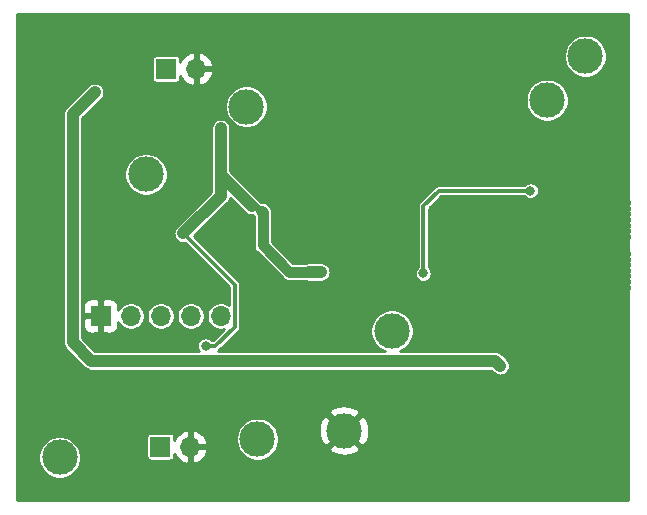
<source format=gbr>
%TF.GenerationSoftware,KiCad,Pcbnew,(5.1.8)-1*%
%TF.CreationDate,2021-01-15T16:44:09+01:00*%
%TF.ProjectId,Microwave_LO_Generator,4d696372-6f77-4617-9665-5f4c4f5f4765,rev?*%
%TF.SameCoordinates,Original*%
%TF.FileFunction,Copper,L3,Inr*%
%TF.FilePolarity,Positive*%
%FSLAX46Y46*%
G04 Gerber Fmt 4.6, Leading zero omitted, Abs format (unit mm)*
G04 Created by KiCad (PCBNEW (5.1.8)-1) date 2021-01-15 16:44:09*
%MOMM*%
%LPD*%
G01*
G04 APERTURE LIST*
%TA.AperFunction,ComponentPad*%
%ADD10C,0.600000*%
%TD*%
%TA.AperFunction,ComponentPad*%
%ADD11C,2.200000*%
%TD*%
%TA.AperFunction,ComponentPad*%
%ADD12O,1.700000X1.700000*%
%TD*%
%TA.AperFunction,ComponentPad*%
%ADD13R,1.700000X1.700000*%
%TD*%
%TA.AperFunction,ComponentPad*%
%ADD14C,3.000000*%
%TD*%
%TA.AperFunction,ComponentPad*%
%ADD15C,0.800000*%
%TD*%
%TA.AperFunction,ComponentPad*%
%ADD16C,0.500000*%
%TD*%
%TA.AperFunction,ViaPad*%
%ADD17C,3.000000*%
%TD*%
%TA.AperFunction,ViaPad*%
%ADD18C,0.800000*%
%TD*%
%TA.AperFunction,ViaPad*%
%ADD19C,0.500000*%
%TD*%
%TA.AperFunction,ViaPad*%
%ADD20C,0.600000*%
%TD*%
%TA.AperFunction,Conductor*%
%ADD21C,1.000000*%
%TD*%
%TA.AperFunction,Conductor*%
%ADD22C,0.300000*%
%TD*%
%TA.AperFunction,Conductor*%
%ADD23C,0.900000*%
%TD*%
%TA.AperFunction,Conductor*%
%ADD24C,0.440000*%
%TD*%
%TA.AperFunction,Conductor*%
%ADD25C,0.254000*%
%TD*%
%TA.AperFunction,Conductor*%
%ADD26C,0.100000*%
%TD*%
G04 APERTURE END LIST*
D10*
%TO.N,0*%
%TO.C,J5*%
X136840000Y-98745002D03*
X136840000Y-99215002D03*
X137310000Y-98745002D03*
X137310000Y-99215002D03*
X137780000Y-98745002D03*
X137780000Y-99215002D03*
X138250000Y-98745002D03*
X138250000Y-99215002D03*
X138720000Y-98745002D03*
X138720000Y-99215002D03*
X139190000Y-98745002D03*
X139190000Y-99215002D03*
X139660000Y-98275002D03*
X139660000Y-98745002D03*
X139660000Y-99215002D03*
X140130000Y-97805002D03*
X140130000Y-98275002D03*
X140130000Y-98745002D03*
X140130000Y-99215002D03*
X140600000Y-97335002D03*
X140600000Y-97805002D03*
X140600000Y-98275002D03*
X140600000Y-98745002D03*
X140600000Y-99215002D03*
X141070000Y-96865002D03*
X141070000Y-97335002D03*
X141070000Y-97805002D03*
X141070000Y-98275002D03*
X141070000Y-98745002D03*
X141070000Y-99215002D03*
X141540000Y-99215002D03*
X141540000Y-98745002D03*
X141540000Y-98275002D03*
X141540000Y-97805002D03*
X141540000Y-97335002D03*
X141540000Y-96865002D03*
X136840000Y-100710002D03*
X136840000Y-101180002D03*
X137310000Y-100710002D03*
X137310000Y-101180002D03*
X137780000Y-100710002D03*
X137780000Y-101180002D03*
X138250000Y-100710002D03*
X138250000Y-101180002D03*
X138720000Y-100710002D03*
X138720000Y-101180002D03*
X139190000Y-100710002D03*
X139190000Y-101180002D03*
X139660000Y-100710002D03*
X139660000Y-101180002D03*
X139660000Y-101650002D03*
X140130000Y-100710002D03*
X140130000Y-101180002D03*
X140130000Y-101650002D03*
X140130000Y-102120002D03*
X140600000Y-100710002D03*
X140600000Y-101180002D03*
X140600000Y-101650002D03*
X140600000Y-102120002D03*
X140600000Y-102590002D03*
X141070000Y-100710002D03*
X141070000Y-101180002D03*
X141070000Y-101650002D03*
X141070000Y-102120002D03*
X141070000Y-102590002D03*
X141070000Y-103060002D03*
X141540000Y-100710002D03*
X141540000Y-101180002D03*
X141540000Y-101650002D03*
X141540000Y-102120002D03*
X141540000Y-102590002D03*
X141540000Y-103060002D03*
X141540000Y-103530002D03*
X141540000Y-96395002D03*
D11*
X139360000Y-95205002D03*
X139360000Y-104720002D03*
%TD*%
D10*
%TO.N,0*%
%TO.C,J4*%
X135199999Y-116745001D03*
X134729999Y-116745001D03*
X135199999Y-117215001D03*
X134729999Y-117215001D03*
X135199999Y-117685001D03*
X134729999Y-117685001D03*
X135199999Y-118155001D03*
X134729999Y-118155001D03*
X135199999Y-118625001D03*
X134729999Y-118625001D03*
X135199999Y-119095001D03*
X134729999Y-119095001D03*
X135669999Y-119565001D03*
X135199999Y-119565001D03*
X134729999Y-119565001D03*
X136139999Y-120035001D03*
X135669999Y-120035001D03*
X135199999Y-120035001D03*
X134729999Y-120035001D03*
X136609999Y-120505001D03*
X136139999Y-120505001D03*
X135669999Y-120505001D03*
X135199999Y-120505001D03*
X134729999Y-120505001D03*
X137079999Y-120975001D03*
X136609999Y-120975001D03*
X136139999Y-120975001D03*
X135669999Y-120975001D03*
X135199999Y-120975001D03*
X134729999Y-120975001D03*
X134729999Y-121445001D03*
X135199999Y-121445001D03*
X135669999Y-121445001D03*
X136139999Y-121445001D03*
X136609999Y-121445001D03*
X137079999Y-121445001D03*
X133234999Y-116745001D03*
X132764999Y-116745001D03*
X133234999Y-117215001D03*
X132764999Y-117215001D03*
X133234999Y-117685001D03*
X132764999Y-117685001D03*
X133234999Y-118155001D03*
X132764999Y-118155001D03*
X133234999Y-118625001D03*
X132764999Y-118625001D03*
X133234999Y-119095001D03*
X132764999Y-119095001D03*
X133234999Y-119565001D03*
X132764999Y-119565001D03*
X132294999Y-119565001D03*
X133234999Y-120035001D03*
X132764999Y-120035001D03*
X132294999Y-120035001D03*
X131824999Y-120035001D03*
X133234999Y-120505001D03*
X132764999Y-120505001D03*
X132294999Y-120505001D03*
X131824999Y-120505001D03*
X131354999Y-120505001D03*
X133234999Y-120975001D03*
X132764999Y-120975001D03*
X132294999Y-120975001D03*
X131824999Y-120975001D03*
X131354999Y-120975001D03*
X130884999Y-120975001D03*
X133234999Y-121445001D03*
X132764999Y-121445001D03*
X132294999Y-121445001D03*
X131824999Y-121445001D03*
X131354999Y-121445001D03*
X130884999Y-121445001D03*
X130414999Y-121445001D03*
X137549999Y-121445001D03*
D11*
X138739999Y-119265001D03*
X129224999Y-119265001D03*
%TD*%
D12*
%TO.N,0*%
%TO.C,J3*%
X104978200Y-85005600D03*
D13*
%TO.N,+6V*%
X102438200Y-85005600D03*
%TD*%
D12*
%TO.N,0*%
%TO.C,J2*%
X104500000Y-116995000D03*
D13*
%TO.N,+12V*%
X101960000Y-116995000D03*
%TD*%
D12*
%TO.N,Net-(J1-Pad5)*%
%TO.C,J1*%
X107065000Y-105930000D03*
%TO.N,Net-(J1-Pad4)*%
X104525000Y-105930000D03*
%TO.N,Net-(J1-Pad3)*%
X101985000Y-105930000D03*
%TO.N,Net-(J1-Pad2)*%
X99445000Y-105930000D03*
D13*
%TO.N,0*%
X96905000Y-105930000D03*
%TD*%
D14*
%TO.N,Net-(R2-Pad1)*%
%TO.C,TP1*%
X100736400Y-93935200D03*
%TD*%
%TO.N,+9V*%
%TO.C,TP3*%
X110180120Y-116363400D03*
%TD*%
%TO.N,+5VA*%
%TO.C,TP4*%
X134710000Y-87665000D03*
%TD*%
%TO.N,+5VD*%
%TO.C,TP5*%
X121574560Y-107199080D03*
%TD*%
%TO.N,+3V3*%
%TO.C,TP6*%
X109235000Y-88215000D03*
%TD*%
D15*
%TO.N,0*%
%TO.C,U1*%
X108335000Y-98945000D03*
X108335000Y-100195000D03*
X109585000Y-98945000D03*
X108335000Y-97695000D03*
X107085000Y-98945000D03*
X107085000Y-100195000D03*
X107085000Y-97695000D03*
X109585000Y-97695000D03*
X109585000Y-100195000D03*
%TD*%
D16*
%TO.N,0*%
%TO.C,U6*%
X132735000Y-98715000D03*
X132735000Y-99215000D03*
X133735000Y-99215000D03*
X135235000Y-99215000D03*
X134735000Y-99215000D03*
X133235000Y-99715000D03*
X134235000Y-99715000D03*
X134735000Y-100215000D03*
X133735000Y-100215000D03*
X132735000Y-100215000D03*
X133235000Y-100715000D03*
X134235000Y-100715000D03*
X135235000Y-100715000D03*
X134735000Y-101215000D03*
X133735000Y-101215000D03*
X132735000Y-101215000D03*
X133235000Y-101715000D03*
X134735000Y-101715000D03*
%TD*%
D14*
%TO.N,0*%
%TO.C,TP2*%
X117510000Y-115630001D03*
%TD*%
D17*
%TO.N,*%
X93435000Y-117895000D03*
X137935000Y-83940000D03*
D18*
%TO.N,+3V3*%
X115535000Y-102215000D03*
X107065000Y-90055000D03*
X103890000Y-98945000D03*
X105795000Y-108455000D03*
%TO.N,CPout*%
X124210000Y-102335000D03*
X133280000Y-95335000D03*
D19*
%TO.N,0*%
X112645520Y-96906480D03*
X112295000Y-96495000D03*
D18*
X113780000Y-92335000D03*
D20*
X131370000Y-102635000D03*
X136590000Y-103105000D03*
X136590000Y-103575000D03*
X130100000Y-98760000D03*
X129630000Y-98760000D03*
X129160000Y-98760000D03*
D19*
X136085000Y-103250000D03*
X135285000Y-104000000D03*
D20*
X133250000Y-107335000D03*
X133250000Y-107805000D03*
X133250000Y-108745000D03*
X133250000Y-107805000D03*
X133250000Y-108275000D03*
X133250000Y-109215000D03*
X133250000Y-110155000D03*
X133250000Y-109685000D03*
X133250000Y-110625000D03*
X133250000Y-111095000D03*
X133250000Y-111565000D03*
X133250000Y-112035000D03*
X133250000Y-112505000D03*
X133250000Y-112975000D03*
X133250000Y-113445000D03*
X133250000Y-113915000D03*
X133250000Y-114385000D03*
X133250000Y-114855000D03*
X133250000Y-115325000D03*
X133250000Y-115795000D03*
X133250000Y-116265000D03*
X132780000Y-116265000D03*
X132780000Y-115795000D03*
X132780000Y-115325000D03*
X132780000Y-114385000D03*
X132780000Y-114855000D03*
X132780000Y-113915000D03*
X132780000Y-113445000D03*
X132780000Y-112975000D03*
X132780000Y-112505000D03*
X132780000Y-112035000D03*
X132780000Y-111565000D03*
X132780000Y-110625000D03*
X132780000Y-111095000D03*
X132780000Y-110155000D03*
X132780000Y-109685000D03*
X132780000Y-109215000D03*
X132780000Y-108745000D03*
X132780000Y-108275000D03*
X132780000Y-107805000D03*
X132780000Y-107335000D03*
X134710000Y-116265000D03*
X134710000Y-115795000D03*
X134710000Y-115325000D03*
X134710000Y-114855000D03*
X134710000Y-114385000D03*
X134710000Y-113915000D03*
X134710000Y-112975000D03*
X134710000Y-113445000D03*
X134710000Y-112505000D03*
X134710000Y-111565000D03*
X134710000Y-112035000D03*
X134710000Y-111095000D03*
X134710000Y-110625000D03*
X134710000Y-110155000D03*
X134710000Y-109685000D03*
X134710000Y-108745000D03*
X134710000Y-109215000D03*
X134710000Y-107805000D03*
X134710000Y-108275000D03*
X134710000Y-107335000D03*
X135180000Y-107335000D03*
X135180000Y-107805000D03*
X135180000Y-108275000D03*
X135180000Y-109215000D03*
X135180000Y-108745000D03*
X135180000Y-109685000D03*
X135180000Y-110155000D03*
X135180000Y-110625000D03*
X135180000Y-111095000D03*
X135180000Y-111565000D03*
X135180000Y-112035000D03*
X135180000Y-112505000D03*
X135180000Y-113445000D03*
X135180000Y-112975000D03*
X135180000Y-113915000D03*
X135180000Y-114385000D03*
X135180000Y-114855000D03*
X135180000Y-115325000D03*
X135180000Y-115795000D03*
X135180000Y-116265000D03*
D19*
X131885000Y-103250000D03*
X132635000Y-104000000D03*
D20*
X130570000Y-98760000D03*
X130570000Y-98290000D03*
X130100000Y-98290000D03*
X129630000Y-98290000D03*
X129160000Y-98290000D03*
X128690000Y-98290000D03*
X128690000Y-97820000D03*
X128220000Y-97820000D03*
X128220000Y-97350000D03*
X127750000Y-97350000D03*
X127280000Y-97350000D03*
X126810000Y-97350000D03*
X126340000Y-97350000D03*
X125870000Y-97350000D03*
X125870000Y-97350000D03*
X125400000Y-97350000D03*
X124930000Y-97350000D03*
X124930000Y-96880000D03*
X125400000Y-96880000D03*
X125870000Y-96880000D03*
X125870000Y-96880000D03*
X126340000Y-96880000D03*
X126810000Y-96880000D03*
X127280000Y-96880000D03*
X127750000Y-96880000D03*
X123520000Y-97350000D03*
X123520000Y-96880000D03*
X123050000Y-97350000D03*
X122580000Y-97350000D03*
X122110000Y-97350000D03*
X121640000Y-97350000D03*
X121640000Y-96880000D03*
X122110000Y-96880000D03*
X122580000Y-96880000D03*
X123050000Y-96880000D03*
X121170000Y-97350000D03*
X120700000Y-97350000D03*
X121170000Y-96880000D03*
X120700000Y-96880000D03*
X120230000Y-97350000D03*
X119760000Y-97350000D03*
X120230000Y-96880000D03*
X119760000Y-96880000D03*
X119290000Y-97350000D03*
X118820000Y-97350000D03*
X118350000Y-97350000D03*
X117880000Y-97350000D03*
X117410000Y-97350000D03*
X116940000Y-97350000D03*
X116470000Y-97350000D03*
X116000000Y-97350000D03*
X116000000Y-96880000D03*
X116470000Y-96880000D03*
X116940000Y-96880000D03*
X117410000Y-96880000D03*
X117880000Y-96880000D03*
X118350000Y-96880000D03*
X118820000Y-96880000D03*
X119290000Y-96880000D03*
X115530000Y-97350000D03*
X115060000Y-97350000D03*
X114590000Y-97350000D03*
X114120000Y-97350000D03*
X113650000Y-97350000D03*
X113180000Y-97350000D03*
X113180000Y-96880000D03*
X113650000Y-96880000D03*
X114120000Y-96880000D03*
X114590000Y-96880000D03*
X115060000Y-96880000D03*
X115530000Y-96880000D03*
X112265000Y-95935000D03*
X126810000Y-98960000D03*
X127280000Y-99430000D03*
X127750000Y-99900000D03*
X128220000Y-100370000D03*
X128690000Y-100370000D03*
X129160000Y-100370000D03*
X129630000Y-100370000D03*
X129630000Y-100840000D03*
X129160000Y-100840000D03*
X128690000Y-100840000D03*
X128220000Y-100840000D03*
X127750000Y-100370000D03*
X127280000Y-99900000D03*
X126810000Y-99430000D03*
X126340000Y-98960000D03*
X126340000Y-99430000D03*
X124930000Y-98960000D03*
X124930000Y-99430000D03*
X125400000Y-99430000D03*
X125400000Y-98960000D03*
X125870000Y-98960000D03*
X125870000Y-99430000D03*
X123520000Y-98960000D03*
X123050000Y-98960000D03*
X122580000Y-98960000D03*
X122110000Y-98960000D03*
X121640000Y-98960000D03*
X121170000Y-98960000D03*
X120700000Y-98960000D03*
X120230000Y-98960000D03*
X119760000Y-98960000D03*
X119290000Y-98960000D03*
X118820000Y-99010000D03*
X118352700Y-98963000D03*
X117882700Y-98963000D03*
X117412700Y-98963000D03*
X116942700Y-98963000D03*
X116470000Y-98960000D03*
X116000000Y-98960000D03*
X113180000Y-98960000D03*
X113650000Y-98960000D03*
X114120000Y-98960000D03*
X114590000Y-98960000D03*
X115060000Y-98960000D03*
X115530000Y-98960000D03*
X113180000Y-99430000D03*
X113650000Y-99430000D03*
X114120000Y-99430000D03*
X114590000Y-99430000D03*
X115060000Y-99430000D03*
X115530000Y-99430000D03*
X116000000Y-99430000D03*
X116470000Y-99430000D03*
X116942700Y-99433000D03*
X117412700Y-99433000D03*
X117882700Y-99433000D03*
X118352700Y-99433000D03*
X118820000Y-99480000D03*
X119290000Y-99430000D03*
X120230000Y-99430000D03*
X119760000Y-99430000D03*
X120700000Y-99430000D03*
X121170000Y-99430000D03*
X121640000Y-99430000D03*
X122110000Y-99430000D03*
X122580000Y-99430000D03*
X123050000Y-99430000D03*
X123520000Y-99430000D03*
D18*
X129780000Y-93835000D03*
X121159897Y-104357741D03*
X102235000Y-111215000D03*
X131102500Y-86347500D03*
X97235000Y-93215000D03*
X124735000Y-112715000D03*
D19*
X128485000Y-102965000D03*
X129485000Y-103965000D03*
X130485000Y-102965000D03*
X131772500Y-102177500D03*
X135665000Y-95105000D03*
X136645000Y-96025000D03*
X136685000Y-97045000D03*
D18*
X111565000Y-104635000D03*
X103275000Y-99985000D03*
X104565000Y-94375000D03*
X110690000Y-95975001D03*
X114560000Y-100230001D03*
D20*
X132780000Y-106865000D03*
X133250000Y-106865000D03*
X133250000Y-106395000D03*
X132780000Y-106395000D03*
X132780000Y-105925000D03*
X133250000Y-105925000D03*
X133250000Y-105455000D03*
X132780000Y-105455000D03*
X132780000Y-104985000D03*
X133250000Y-104985000D03*
X133250000Y-104515000D03*
X132780000Y-104515000D03*
X134710000Y-106865000D03*
X134710000Y-106395000D03*
X134710000Y-105925000D03*
X134710000Y-105455000D03*
X134710000Y-104985000D03*
X134710000Y-104515000D03*
X135180000Y-104515000D03*
X135180000Y-104985000D03*
X135180000Y-105455000D03*
X135180000Y-105925000D03*
X135180000Y-106395000D03*
X135180000Y-106865000D03*
X135650000Y-102165000D03*
X135650000Y-104515000D03*
X136120000Y-104045000D03*
X136120000Y-102635000D03*
X132310000Y-104515000D03*
X131840000Y-104045000D03*
X131370000Y-103575000D03*
X131370000Y-103105000D03*
D19*
X112589640Y-99517600D03*
D18*
%TO.N,+6V*%
X96393000Y-86999500D03*
X130720000Y-110145000D03*
%TD*%
D21*
%TO.N,+3V3*%
X107065000Y-90055000D02*
X107065000Y-95770000D01*
X107065000Y-95770000D02*
X103890000Y-98945000D01*
X103890000Y-98945000D02*
X103890000Y-98945000D01*
X103890000Y-98945000D02*
X103890000Y-98945000D01*
D22*
X108265001Y-103320001D02*
X103890000Y-98945000D01*
X108265001Y-106826684D02*
X108265001Y-103320001D01*
X106610685Y-108481000D02*
X108265001Y-106826684D01*
X106045000Y-108481000D02*
X106610685Y-108481000D01*
D21*
X107065000Y-90055000D02*
X107065000Y-94721002D01*
D23*
X107065000Y-90055000D02*
X107065000Y-93904003D01*
D24*
X107065000Y-93563603D02*
X107065000Y-90055000D01*
X110490000Y-96988603D02*
X107065000Y-93563603D01*
X115535000Y-102215000D02*
X114969315Y-102215000D01*
D21*
X107065000Y-93978003D02*
X109681996Y-96594999D01*
X107065000Y-90055000D02*
X107065000Y-93978003D01*
X115535000Y-102215000D02*
X114558998Y-102215000D01*
D23*
X110635001Y-97133604D02*
X110526399Y-97025002D01*
X110526399Y-97025002D02*
X110490000Y-97025002D01*
X110635001Y-99960721D02*
X110635001Y-97133604D01*
X112889280Y-102215000D02*
X110635001Y-99960721D01*
X114558998Y-102215000D02*
X112889280Y-102215000D01*
D22*
%TO.N,CPout*%
X125586998Y-95335000D02*
X133280000Y-95335000D01*
X125512998Y-95335000D02*
X125586998Y-95335000D01*
X124210000Y-96637998D02*
X125512998Y-95335000D01*
X124210000Y-102335000D02*
X124210000Y-96637998D01*
D21*
%TO.N,+6V*%
X96393000Y-86999500D02*
X96393000Y-86999500D01*
X130315000Y-109740000D02*
X130720000Y-110145000D01*
X96116600Y-109740000D02*
X130315000Y-109740000D01*
X94536000Y-108159400D02*
X96116600Y-109740000D01*
X94536000Y-88856500D02*
X94536000Y-108159400D01*
X96393000Y-86999500D02*
X94536000Y-88856500D01*
%TD*%
D25*
%TO.N,0*%
X141585201Y-121492783D02*
X89812000Y-121517818D01*
X89812000Y-117715056D01*
X91608000Y-117715056D01*
X91608000Y-118074944D01*
X91678211Y-118427916D01*
X91815934Y-118760409D01*
X92015876Y-119059645D01*
X92270355Y-119314124D01*
X92569591Y-119514066D01*
X92902084Y-119651789D01*
X93255056Y-119722000D01*
X93614944Y-119722000D01*
X93967916Y-119651789D01*
X94300409Y-119514066D01*
X94599645Y-119314124D01*
X94854124Y-119059645D01*
X95054066Y-118760409D01*
X95191789Y-118427916D01*
X95262000Y-118074944D01*
X95262000Y-117715056D01*
X95191789Y-117362084D01*
X95054066Y-117029591D01*
X94854124Y-116730355D01*
X94599645Y-116475876D01*
X94300409Y-116275934D01*
X93984307Y-116145000D01*
X100781418Y-116145000D01*
X100781418Y-117845000D01*
X100787732Y-117909103D01*
X100806430Y-117970743D01*
X100836794Y-118027550D01*
X100877657Y-118077343D01*
X100927450Y-118118206D01*
X100984257Y-118148570D01*
X101045897Y-118167268D01*
X101110000Y-118173582D01*
X102810000Y-118173582D01*
X102874103Y-118167268D01*
X102935743Y-118148570D01*
X102992550Y-118118206D01*
X103042343Y-118077343D01*
X103083206Y-118027550D01*
X103113570Y-117970743D01*
X103132268Y-117909103D01*
X103138582Y-117845000D01*
X103138582Y-117577592D01*
X103155843Y-117626252D01*
X103304822Y-117876355D01*
X103499731Y-118092588D01*
X103733080Y-118266641D01*
X103995901Y-118391825D01*
X104143110Y-118436476D01*
X104373000Y-118315155D01*
X104373000Y-117122000D01*
X104627000Y-117122000D01*
X104627000Y-118315155D01*
X104856890Y-118436476D01*
X105004099Y-118391825D01*
X105266920Y-118266641D01*
X105500269Y-118092588D01*
X105695178Y-117876355D01*
X105844157Y-117626252D01*
X105941481Y-117351891D01*
X105820814Y-117122000D01*
X104627000Y-117122000D01*
X104373000Y-117122000D01*
X104353000Y-117122000D01*
X104353000Y-116868000D01*
X104373000Y-116868000D01*
X104373000Y-115674845D01*
X104627000Y-115674845D01*
X104627000Y-116868000D01*
X105820814Y-116868000D01*
X105941481Y-116638109D01*
X105844157Y-116363748D01*
X105736763Y-116183456D01*
X108353120Y-116183456D01*
X108353120Y-116543344D01*
X108423331Y-116896316D01*
X108561054Y-117228809D01*
X108760996Y-117528045D01*
X109015475Y-117782524D01*
X109314711Y-117982466D01*
X109647204Y-118120189D01*
X110000176Y-118190400D01*
X110360064Y-118190400D01*
X110713036Y-118120189D01*
X111045529Y-117982466D01*
X111344765Y-117782524D01*
X111599244Y-117528045D01*
X111799186Y-117228809D01*
X111843571Y-117121654D01*
X116197952Y-117121654D01*
X116353962Y-117437215D01*
X116728745Y-117628021D01*
X117133551Y-117742045D01*
X117552824Y-117774903D01*
X117970451Y-117725335D01*
X118370383Y-117595244D01*
X118666038Y-117437215D01*
X118822048Y-117121654D01*
X117510000Y-115809606D01*
X116197952Y-117121654D01*
X111843571Y-117121654D01*
X111936909Y-116896316D01*
X112007120Y-116543344D01*
X112007120Y-116183456D01*
X111936909Y-115830484D01*
X111871605Y-115672825D01*
X115365098Y-115672825D01*
X115414666Y-116090452D01*
X115544757Y-116490384D01*
X115702786Y-116786039D01*
X116018347Y-116942049D01*
X117330395Y-115630001D01*
X117689605Y-115630001D01*
X119001653Y-116942049D01*
X119317214Y-116786039D01*
X119508020Y-116411256D01*
X119622044Y-116006450D01*
X119654902Y-115587177D01*
X119605334Y-115169550D01*
X119475243Y-114769618D01*
X119317214Y-114473963D01*
X119001653Y-114317953D01*
X117689605Y-115630001D01*
X117330395Y-115630001D01*
X116018347Y-114317953D01*
X115702786Y-114473963D01*
X115511980Y-114848746D01*
X115397956Y-115253552D01*
X115365098Y-115672825D01*
X111871605Y-115672825D01*
X111799186Y-115497991D01*
X111599244Y-115198755D01*
X111344765Y-114944276D01*
X111045529Y-114744334D01*
X110713036Y-114606611D01*
X110360064Y-114536400D01*
X110000176Y-114536400D01*
X109647204Y-114606611D01*
X109314711Y-114744334D01*
X109015475Y-114944276D01*
X108760996Y-115198755D01*
X108561054Y-115497991D01*
X108423331Y-115830484D01*
X108353120Y-116183456D01*
X105736763Y-116183456D01*
X105695178Y-116113645D01*
X105500269Y-115897412D01*
X105266920Y-115723359D01*
X105004099Y-115598175D01*
X104856890Y-115553524D01*
X104627000Y-115674845D01*
X104373000Y-115674845D01*
X104143110Y-115553524D01*
X103995901Y-115598175D01*
X103733080Y-115723359D01*
X103499731Y-115897412D01*
X103304822Y-116113645D01*
X103155843Y-116363748D01*
X103138582Y-116412408D01*
X103138582Y-116145000D01*
X103132268Y-116080897D01*
X103113570Y-116019257D01*
X103083206Y-115962450D01*
X103042343Y-115912657D01*
X102992550Y-115871794D01*
X102935743Y-115841430D01*
X102874103Y-115822732D01*
X102810000Y-115816418D01*
X101110000Y-115816418D01*
X101045897Y-115822732D01*
X100984257Y-115841430D01*
X100927450Y-115871794D01*
X100877657Y-115912657D01*
X100836794Y-115962450D01*
X100806430Y-116019257D01*
X100787732Y-116080897D01*
X100781418Y-116145000D01*
X93984307Y-116145000D01*
X93967916Y-116138211D01*
X93614944Y-116068000D01*
X93255056Y-116068000D01*
X92902084Y-116138211D01*
X92569591Y-116275934D01*
X92270355Y-116475876D01*
X92015876Y-116730355D01*
X91815934Y-117029591D01*
X91678211Y-117362084D01*
X91608000Y-117715056D01*
X89812000Y-117715056D01*
X89812000Y-114138348D01*
X116197952Y-114138348D01*
X117510000Y-115450396D01*
X118822048Y-114138348D01*
X118666038Y-113822787D01*
X118291255Y-113631981D01*
X117886449Y-113517957D01*
X117467176Y-113485099D01*
X117049549Y-113534667D01*
X116649617Y-113664758D01*
X116353962Y-113822787D01*
X116197952Y-114138348D01*
X89812000Y-114138348D01*
X89812000Y-88856500D01*
X93705000Y-88856500D01*
X93709000Y-88897114D01*
X93709001Y-108118776D01*
X93705000Y-108159400D01*
X93720967Y-108321520D01*
X93768256Y-108477410D01*
X93845048Y-108621079D01*
X93922498Y-108715451D01*
X93948395Y-108747006D01*
X93979948Y-108772901D01*
X95503097Y-110296051D01*
X95528994Y-110327606D01*
X95560547Y-110353501D01*
X95560548Y-110353502D01*
X95654920Y-110430952D01*
X95714897Y-110463010D01*
X95798590Y-110507745D01*
X95954480Y-110555034D01*
X96075976Y-110567000D01*
X96075986Y-110567000D01*
X96116600Y-110571000D01*
X96157214Y-110567000D01*
X129972446Y-110567000D01*
X130163948Y-110758502D01*
X130258320Y-110835951D01*
X130401988Y-110912744D01*
X130557879Y-110960032D01*
X130719999Y-110976000D01*
X130882120Y-110960032D01*
X131038010Y-110912744D01*
X131181679Y-110835951D01*
X131307606Y-110732606D01*
X131410951Y-110606679D01*
X131487744Y-110463010D01*
X131535032Y-110307120D01*
X131551000Y-110144999D01*
X131535032Y-109982879D01*
X131487744Y-109826988D01*
X131410951Y-109683320D01*
X131333502Y-109588948D01*
X130928505Y-109183952D01*
X130902606Y-109152394D01*
X130776679Y-109049048D01*
X130633010Y-108972255D01*
X130477120Y-108924966D01*
X130355624Y-108913000D01*
X130355614Y-108913000D01*
X130315000Y-108909000D01*
X130274386Y-108913000D01*
X122210971Y-108913000D01*
X122439969Y-108818146D01*
X122739205Y-108618204D01*
X122993684Y-108363725D01*
X123193626Y-108064489D01*
X123331349Y-107731996D01*
X123401560Y-107379024D01*
X123401560Y-107019136D01*
X123331349Y-106666164D01*
X123193626Y-106333671D01*
X122993684Y-106034435D01*
X122739205Y-105779956D01*
X122439969Y-105580014D01*
X122107476Y-105442291D01*
X121754504Y-105372080D01*
X121394616Y-105372080D01*
X121041644Y-105442291D01*
X120709151Y-105580014D01*
X120409915Y-105779956D01*
X120155436Y-106034435D01*
X119955494Y-106333671D01*
X119817771Y-106666164D01*
X119747560Y-107019136D01*
X119747560Y-107379024D01*
X119817771Y-107731996D01*
X119955494Y-108064489D01*
X120155436Y-108363725D01*
X120409915Y-108618204D01*
X120709151Y-108818146D01*
X120938149Y-108913000D01*
X106814354Y-108913000D01*
X106876974Y-108879529D01*
X106949606Y-108819921D01*
X106964540Y-108801724D01*
X108585730Y-107180535D01*
X108603922Y-107165605D01*
X108663530Y-107092973D01*
X108707823Y-107010107D01*
X108735098Y-106920192D01*
X108742001Y-106850107D01*
X108742001Y-106850100D01*
X108744307Y-106826685D01*
X108742001Y-106803270D01*
X108742001Y-103343416D01*
X108744307Y-103320001D01*
X108742001Y-103296586D01*
X108742001Y-103296578D01*
X108735098Y-103226493D01*
X108707823Y-103136578D01*
X108663530Y-103053712D01*
X108603922Y-102981080D01*
X108585730Y-102966151D01*
X104812066Y-99192487D01*
X107621053Y-96383501D01*
X107652606Y-96357606D01*
X107685708Y-96317271D01*
X107755952Y-96231680D01*
X107832744Y-96088011D01*
X107832745Y-96088010D01*
X107872942Y-95955499D01*
X109125944Y-97208501D01*
X109220315Y-97285951D01*
X109363985Y-97362743D01*
X109519875Y-97410032D01*
X109681995Y-97425999D01*
X109816240Y-97412777D01*
X109840823Y-97458768D01*
X109858002Y-97479701D01*
X109858001Y-99922557D01*
X109854242Y-99960721D01*
X109858001Y-99998884D01*
X109858001Y-99998886D01*
X109869244Y-100113039D01*
X109913674Y-100259504D01*
X109985824Y-100394487D01*
X110033204Y-100452220D01*
X110082921Y-100512801D01*
X110112570Y-100537133D01*
X112312872Y-102737436D01*
X112337200Y-102767080D01*
X112366844Y-102791408D01*
X112366845Y-102791409D01*
X112455513Y-102864177D01*
X112521969Y-102899698D01*
X112590496Y-102936327D01*
X112736961Y-102980757D01*
X112851114Y-102992000D01*
X112851116Y-102992000D01*
X112889280Y-102995759D01*
X112927443Y-102992000D01*
X114271497Y-102992000D01*
X114396878Y-103030034D01*
X114518374Y-103042000D01*
X115575624Y-103042000D01*
X115697120Y-103030034D01*
X115853010Y-102982745D01*
X115996679Y-102905952D01*
X116122606Y-102802606D01*
X116225952Y-102676679D01*
X116302745Y-102533010D01*
X116350034Y-102377120D01*
X116361234Y-102263397D01*
X123483000Y-102263397D01*
X123483000Y-102406603D01*
X123510938Y-102547058D01*
X123565741Y-102679364D01*
X123645302Y-102798436D01*
X123746564Y-102899698D01*
X123865636Y-102979259D01*
X123997942Y-103034062D01*
X124138397Y-103062000D01*
X124281603Y-103062000D01*
X124422058Y-103034062D01*
X124554364Y-102979259D01*
X124673436Y-102899698D01*
X124774698Y-102798436D01*
X124854259Y-102679364D01*
X124909062Y-102547058D01*
X124937000Y-102406603D01*
X124937000Y-102263397D01*
X124909062Y-102122942D01*
X124854259Y-101990636D01*
X124774698Y-101871564D01*
X124687000Y-101783866D01*
X124687000Y-96835577D01*
X125710578Y-95812000D01*
X132728866Y-95812000D01*
X132816564Y-95899698D01*
X132935636Y-95979259D01*
X133067942Y-96034062D01*
X133208397Y-96062000D01*
X133351603Y-96062000D01*
X133492058Y-96034062D01*
X133624364Y-95979259D01*
X133743436Y-95899698D01*
X133844698Y-95798436D01*
X133924259Y-95679364D01*
X133979062Y-95547058D01*
X134007000Y-95406603D01*
X134007000Y-95263397D01*
X133979062Y-95122942D01*
X133924259Y-94990636D01*
X133844698Y-94871564D01*
X133743436Y-94770302D01*
X133624364Y-94690741D01*
X133492058Y-94635938D01*
X133351603Y-94608000D01*
X133208397Y-94608000D01*
X133067942Y-94635938D01*
X132935636Y-94690741D01*
X132816564Y-94770302D01*
X132728866Y-94858000D01*
X125536412Y-94858000D01*
X125512997Y-94855694D01*
X125489582Y-94858000D01*
X125489575Y-94858000D01*
X125428336Y-94864032D01*
X125419489Y-94864903D01*
X125397531Y-94871564D01*
X125329575Y-94892178D01*
X125246709Y-94936471D01*
X125174077Y-94996079D01*
X125159147Y-95014271D01*
X123889271Y-96284148D01*
X123871080Y-96299077D01*
X123811472Y-96371709D01*
X123809272Y-96375825D01*
X123767178Y-96454576D01*
X123739903Y-96544491D01*
X123730694Y-96637998D01*
X123733001Y-96661423D01*
X123733000Y-101783866D01*
X123645302Y-101871564D01*
X123565741Y-101990636D01*
X123510938Y-102122942D01*
X123483000Y-102263397D01*
X116361234Y-102263397D01*
X116366001Y-102215000D01*
X116350034Y-102052880D01*
X116302745Y-101896990D01*
X116225952Y-101753321D01*
X116122606Y-101627394D01*
X115996679Y-101524048D01*
X115853010Y-101447255D01*
X115697120Y-101399966D01*
X115575624Y-101388000D01*
X114518374Y-101388000D01*
X114396878Y-101399966D01*
X114271497Y-101438000D01*
X113211124Y-101438000D01*
X111412001Y-99638878D01*
X111412001Y-97171759D01*
X111415759Y-97133603D01*
X111412001Y-97095448D01*
X111412001Y-97095438D01*
X111400758Y-96981285D01*
X111356328Y-96834820D01*
X111284178Y-96699838D01*
X111187081Y-96581524D01*
X111157431Y-96557191D01*
X111102812Y-96502572D01*
X111078479Y-96472922D01*
X110960165Y-96375825D01*
X110825183Y-96303675D01*
X110678718Y-96259245D01*
X110564565Y-96248002D01*
X110564562Y-96248002D01*
X110526399Y-96244243D01*
X110519859Y-96244887D01*
X107892000Y-93617029D01*
X107892000Y-90014376D01*
X107880034Y-89892880D01*
X107832745Y-89736990D01*
X107755952Y-89593321D01*
X107652606Y-89467394D01*
X107526678Y-89364048D01*
X107383009Y-89287255D01*
X107227119Y-89239966D01*
X107065000Y-89223999D01*
X106902880Y-89239966D01*
X106746990Y-89287255D01*
X106603321Y-89364048D01*
X106477394Y-89467394D01*
X106374048Y-89593322D01*
X106297255Y-89736991D01*
X106249966Y-89892881D01*
X106238000Y-90014377D01*
X106238001Y-93937382D01*
X106234000Y-93978003D01*
X106238001Y-94018624D01*
X106238001Y-95427445D01*
X103333952Y-98331495D01*
X103302394Y-98357394D01*
X103199048Y-98483321D01*
X103122255Y-98626990D01*
X103074966Y-98782880D01*
X103058999Y-98945000D01*
X103074966Y-99107120D01*
X103122255Y-99263010D01*
X103199048Y-99406679D01*
X103302394Y-99532606D01*
X103428321Y-99635952D01*
X103571990Y-99712745D01*
X103727880Y-99760034D01*
X103849376Y-99772000D01*
X103849386Y-99772000D01*
X103890000Y-99776000D01*
X103930614Y-99772000D01*
X103930624Y-99772000D01*
X104032397Y-99761976D01*
X107788002Y-103517582D01*
X107788002Y-104997528D01*
X107622519Y-104886956D01*
X107408318Y-104798231D01*
X107180924Y-104753000D01*
X106949076Y-104753000D01*
X106721682Y-104798231D01*
X106507481Y-104886956D01*
X106314706Y-105015764D01*
X106150764Y-105179706D01*
X106021956Y-105372481D01*
X105933231Y-105586682D01*
X105888000Y-105814076D01*
X105888000Y-106045924D01*
X105933231Y-106273318D01*
X106021956Y-106487519D01*
X106150764Y-106680294D01*
X106314706Y-106844236D01*
X106507481Y-106973044D01*
X106721682Y-107061769D01*
X106949076Y-107107000D01*
X107180924Y-107107000D01*
X107342181Y-107074924D01*
X106413106Y-108004000D01*
X106368007Y-108004000D01*
X106359698Y-107991564D01*
X106258436Y-107890302D01*
X106139364Y-107810741D01*
X106007058Y-107755938D01*
X105866603Y-107728000D01*
X105723397Y-107728000D01*
X105582942Y-107755938D01*
X105450636Y-107810741D01*
X105331564Y-107890302D01*
X105230302Y-107991564D01*
X105150741Y-108110636D01*
X105095938Y-108242942D01*
X105068000Y-108383397D01*
X105068000Y-108526603D01*
X105095938Y-108667058D01*
X105150741Y-108799364D01*
X105226670Y-108913000D01*
X96459154Y-108913000D01*
X95363000Y-107816847D01*
X95363000Y-106780000D01*
X95416928Y-106780000D01*
X95429188Y-106904482D01*
X95465498Y-107024180D01*
X95524463Y-107134494D01*
X95603815Y-107231185D01*
X95700506Y-107310537D01*
X95810820Y-107369502D01*
X95930518Y-107405812D01*
X96055000Y-107418072D01*
X96619250Y-107415000D01*
X96778000Y-107256250D01*
X96778000Y-106057000D01*
X95578750Y-106057000D01*
X95420000Y-106215750D01*
X95416928Y-106780000D01*
X95363000Y-106780000D01*
X95363000Y-105080000D01*
X95416928Y-105080000D01*
X95420000Y-105644250D01*
X95578750Y-105803000D01*
X96778000Y-105803000D01*
X96778000Y-104603750D01*
X97032000Y-104603750D01*
X97032000Y-105803000D01*
X97052000Y-105803000D01*
X97052000Y-106057000D01*
X97032000Y-106057000D01*
X97032000Y-107256250D01*
X97190750Y-107415000D01*
X97755000Y-107418072D01*
X97879482Y-107405812D01*
X97999180Y-107369502D01*
X98109494Y-107310537D01*
X98206185Y-107231185D01*
X98285537Y-107134494D01*
X98344502Y-107024180D01*
X98380812Y-106904482D01*
X98393072Y-106780000D01*
X98391340Y-106461890D01*
X98401956Y-106487519D01*
X98530764Y-106680294D01*
X98694706Y-106844236D01*
X98887481Y-106973044D01*
X99101682Y-107061769D01*
X99329076Y-107107000D01*
X99560924Y-107107000D01*
X99788318Y-107061769D01*
X100002519Y-106973044D01*
X100195294Y-106844236D01*
X100359236Y-106680294D01*
X100488044Y-106487519D01*
X100576769Y-106273318D01*
X100622000Y-106045924D01*
X100622000Y-105814076D01*
X100808000Y-105814076D01*
X100808000Y-106045924D01*
X100853231Y-106273318D01*
X100941956Y-106487519D01*
X101070764Y-106680294D01*
X101234706Y-106844236D01*
X101427481Y-106973044D01*
X101641682Y-107061769D01*
X101869076Y-107107000D01*
X102100924Y-107107000D01*
X102328318Y-107061769D01*
X102542519Y-106973044D01*
X102735294Y-106844236D01*
X102899236Y-106680294D01*
X103028044Y-106487519D01*
X103116769Y-106273318D01*
X103162000Y-106045924D01*
X103162000Y-105814076D01*
X103348000Y-105814076D01*
X103348000Y-106045924D01*
X103393231Y-106273318D01*
X103481956Y-106487519D01*
X103610764Y-106680294D01*
X103774706Y-106844236D01*
X103967481Y-106973044D01*
X104181682Y-107061769D01*
X104409076Y-107107000D01*
X104640924Y-107107000D01*
X104868318Y-107061769D01*
X105082519Y-106973044D01*
X105275294Y-106844236D01*
X105439236Y-106680294D01*
X105568044Y-106487519D01*
X105656769Y-106273318D01*
X105702000Y-106045924D01*
X105702000Y-105814076D01*
X105656769Y-105586682D01*
X105568044Y-105372481D01*
X105439236Y-105179706D01*
X105275294Y-105015764D01*
X105082519Y-104886956D01*
X104868318Y-104798231D01*
X104640924Y-104753000D01*
X104409076Y-104753000D01*
X104181682Y-104798231D01*
X103967481Y-104886956D01*
X103774706Y-105015764D01*
X103610764Y-105179706D01*
X103481956Y-105372481D01*
X103393231Y-105586682D01*
X103348000Y-105814076D01*
X103162000Y-105814076D01*
X103116769Y-105586682D01*
X103028044Y-105372481D01*
X102899236Y-105179706D01*
X102735294Y-105015764D01*
X102542519Y-104886956D01*
X102328318Y-104798231D01*
X102100924Y-104753000D01*
X101869076Y-104753000D01*
X101641682Y-104798231D01*
X101427481Y-104886956D01*
X101234706Y-105015764D01*
X101070764Y-105179706D01*
X100941956Y-105372481D01*
X100853231Y-105586682D01*
X100808000Y-105814076D01*
X100622000Y-105814076D01*
X100576769Y-105586682D01*
X100488044Y-105372481D01*
X100359236Y-105179706D01*
X100195294Y-105015764D01*
X100002519Y-104886956D01*
X99788318Y-104798231D01*
X99560924Y-104753000D01*
X99329076Y-104753000D01*
X99101682Y-104798231D01*
X98887481Y-104886956D01*
X98694706Y-105015764D01*
X98530764Y-105179706D01*
X98401956Y-105372481D01*
X98391340Y-105398110D01*
X98393072Y-105080000D01*
X98380812Y-104955518D01*
X98344502Y-104835820D01*
X98285537Y-104725506D01*
X98206185Y-104628815D01*
X98109494Y-104549463D01*
X97999180Y-104490498D01*
X97879482Y-104454188D01*
X97755000Y-104441928D01*
X97190750Y-104445000D01*
X97032000Y-104603750D01*
X96778000Y-104603750D01*
X96619250Y-104445000D01*
X96055000Y-104441928D01*
X95930518Y-104454188D01*
X95810820Y-104490498D01*
X95700506Y-104549463D01*
X95603815Y-104628815D01*
X95524463Y-104725506D01*
X95465498Y-104835820D01*
X95429188Y-104955518D01*
X95416928Y-105080000D01*
X95363000Y-105080000D01*
X95363000Y-93755256D01*
X98909400Y-93755256D01*
X98909400Y-94115144D01*
X98979611Y-94468116D01*
X99117334Y-94800609D01*
X99317276Y-95099845D01*
X99571755Y-95354324D01*
X99870991Y-95554266D01*
X100203484Y-95691989D01*
X100556456Y-95762200D01*
X100916344Y-95762200D01*
X101269316Y-95691989D01*
X101601809Y-95554266D01*
X101901045Y-95354324D01*
X102155524Y-95099845D01*
X102355466Y-94800609D01*
X102493189Y-94468116D01*
X102563400Y-94115144D01*
X102563400Y-93755256D01*
X102493189Y-93402284D01*
X102355466Y-93069791D01*
X102155524Y-92770555D01*
X101901045Y-92516076D01*
X101601809Y-92316134D01*
X101269316Y-92178411D01*
X100916344Y-92108200D01*
X100556456Y-92108200D01*
X100203484Y-92178411D01*
X99870991Y-92316134D01*
X99571755Y-92516076D01*
X99317276Y-92770555D01*
X99117334Y-93069791D01*
X98979611Y-93402284D01*
X98909400Y-93755256D01*
X95363000Y-93755256D01*
X95363000Y-89199053D01*
X96526998Y-88035056D01*
X107408000Y-88035056D01*
X107408000Y-88394944D01*
X107478211Y-88747916D01*
X107615934Y-89080409D01*
X107815876Y-89379645D01*
X108070355Y-89634124D01*
X108369591Y-89834066D01*
X108702084Y-89971789D01*
X109055056Y-90042000D01*
X109414944Y-90042000D01*
X109767916Y-89971789D01*
X110100409Y-89834066D01*
X110399645Y-89634124D01*
X110654124Y-89379645D01*
X110854066Y-89080409D01*
X110991789Y-88747916D01*
X111062000Y-88394944D01*
X111062000Y-88035056D01*
X110991789Y-87682084D01*
X110910178Y-87485056D01*
X132883000Y-87485056D01*
X132883000Y-87844944D01*
X132953211Y-88197916D01*
X133090934Y-88530409D01*
X133290876Y-88829645D01*
X133545355Y-89084124D01*
X133844591Y-89284066D01*
X134177084Y-89421789D01*
X134530056Y-89492000D01*
X134889944Y-89492000D01*
X135242916Y-89421789D01*
X135575409Y-89284066D01*
X135874645Y-89084124D01*
X136129124Y-88829645D01*
X136329066Y-88530409D01*
X136466789Y-88197916D01*
X136537000Y-87844944D01*
X136537000Y-87485056D01*
X136466789Y-87132084D01*
X136329066Y-86799591D01*
X136129124Y-86500355D01*
X135874645Y-86245876D01*
X135575409Y-86045934D01*
X135242916Y-85908211D01*
X134889944Y-85838000D01*
X134530056Y-85838000D01*
X134177084Y-85908211D01*
X133844591Y-86045934D01*
X133545355Y-86245876D01*
X133290876Y-86500355D01*
X133090934Y-86799591D01*
X132953211Y-87132084D01*
X132883000Y-87485056D01*
X110910178Y-87485056D01*
X110854066Y-87349591D01*
X110654124Y-87050355D01*
X110399645Y-86795876D01*
X110100409Y-86595934D01*
X109767916Y-86458211D01*
X109414944Y-86388000D01*
X109055056Y-86388000D01*
X108702084Y-86458211D01*
X108369591Y-86595934D01*
X108070355Y-86795876D01*
X107815876Y-87050355D01*
X107615934Y-87349591D01*
X107478211Y-87682084D01*
X107408000Y-88035056D01*
X96526998Y-88035056D01*
X96949058Y-87612997D01*
X96980606Y-87587106D01*
X97006496Y-87555559D01*
X97006503Y-87555552D01*
X97083952Y-87461180D01*
X97160745Y-87317511D01*
X97192885Y-87211558D01*
X97208034Y-87161620D01*
X97224001Y-86999500D01*
X97208034Y-86837380D01*
X97160745Y-86681490D01*
X97083952Y-86537820D01*
X96980606Y-86411894D01*
X96854680Y-86308548D01*
X96711010Y-86231755D01*
X96555120Y-86184466D01*
X96433624Y-86172500D01*
X96433614Y-86172500D01*
X96393000Y-86168500D01*
X96352386Y-86172500D01*
X96352376Y-86172500D01*
X96230880Y-86184466D01*
X96122278Y-86217410D01*
X96074989Y-86231755D01*
X95931320Y-86308548D01*
X95836948Y-86385997D01*
X95836941Y-86386004D01*
X95805394Y-86411894D01*
X95779503Y-86443442D01*
X93979952Y-88242995D01*
X93948394Y-88268894D01*
X93922498Y-88300449D01*
X93845048Y-88394821D01*
X93804002Y-88471614D01*
X93768255Y-88538491D01*
X93720966Y-88694381D01*
X93709000Y-88815877D01*
X93709000Y-88815886D01*
X93705000Y-88856500D01*
X89812000Y-88856500D01*
X89812000Y-84155600D01*
X101259618Y-84155600D01*
X101259618Y-85855600D01*
X101265932Y-85919703D01*
X101284630Y-85981343D01*
X101314994Y-86038150D01*
X101355857Y-86087943D01*
X101405650Y-86128806D01*
X101462457Y-86159170D01*
X101524097Y-86177868D01*
X101588200Y-86184182D01*
X103288200Y-86184182D01*
X103352303Y-86177868D01*
X103413943Y-86159170D01*
X103470750Y-86128806D01*
X103520543Y-86087943D01*
X103561406Y-86038150D01*
X103591770Y-85981343D01*
X103610468Y-85919703D01*
X103616782Y-85855600D01*
X103616782Y-85588192D01*
X103634043Y-85636852D01*
X103783022Y-85886955D01*
X103977931Y-86103188D01*
X104211280Y-86277241D01*
X104474101Y-86402425D01*
X104621310Y-86447076D01*
X104851200Y-86325755D01*
X104851200Y-85132600D01*
X105105200Y-85132600D01*
X105105200Y-86325755D01*
X105335090Y-86447076D01*
X105482299Y-86402425D01*
X105745120Y-86277241D01*
X105978469Y-86103188D01*
X106173378Y-85886955D01*
X106322357Y-85636852D01*
X106419681Y-85362491D01*
X106299014Y-85132600D01*
X105105200Y-85132600D01*
X104851200Y-85132600D01*
X104831200Y-85132600D01*
X104831200Y-84878600D01*
X104851200Y-84878600D01*
X104851200Y-83685445D01*
X105105200Y-83685445D01*
X105105200Y-84878600D01*
X106299014Y-84878600D01*
X106419681Y-84648709D01*
X106322357Y-84374348D01*
X106173378Y-84124245D01*
X105978469Y-83908012D01*
X105780108Y-83760056D01*
X136108000Y-83760056D01*
X136108000Y-84119944D01*
X136178211Y-84472916D01*
X136315934Y-84805409D01*
X136515876Y-85104645D01*
X136770355Y-85359124D01*
X137069591Y-85559066D01*
X137402084Y-85696789D01*
X137755056Y-85767000D01*
X138114944Y-85767000D01*
X138467916Y-85696789D01*
X138800409Y-85559066D01*
X139099645Y-85359124D01*
X139354124Y-85104645D01*
X139554066Y-84805409D01*
X139691789Y-84472916D01*
X139762000Y-84119944D01*
X139762000Y-83760056D01*
X139691789Y-83407084D01*
X139554066Y-83074591D01*
X139354124Y-82775355D01*
X139099645Y-82520876D01*
X138800409Y-82320934D01*
X138467916Y-82183211D01*
X138114944Y-82113000D01*
X137755056Y-82113000D01*
X137402084Y-82183211D01*
X137069591Y-82320934D01*
X136770355Y-82520876D01*
X136515876Y-82775355D01*
X136315934Y-83074591D01*
X136178211Y-83407084D01*
X136108000Y-83760056D01*
X105780108Y-83760056D01*
X105745120Y-83733959D01*
X105482299Y-83608775D01*
X105335090Y-83564124D01*
X105105200Y-83685445D01*
X104851200Y-83685445D01*
X104621310Y-83564124D01*
X104474101Y-83608775D01*
X104211280Y-83733959D01*
X103977931Y-83908012D01*
X103783022Y-84124245D01*
X103634043Y-84374348D01*
X103616782Y-84423008D01*
X103616782Y-84155600D01*
X103610468Y-84091497D01*
X103591770Y-84029857D01*
X103561406Y-83973050D01*
X103520543Y-83923257D01*
X103470750Y-83882394D01*
X103413943Y-83852030D01*
X103352303Y-83833332D01*
X103288200Y-83827018D01*
X101588200Y-83827018D01*
X101524097Y-83833332D01*
X101462457Y-83852030D01*
X101405650Y-83882394D01*
X101355857Y-83923257D01*
X101314994Y-83973050D01*
X101284630Y-84029857D01*
X101265932Y-84091497D01*
X101259618Y-84155600D01*
X89812000Y-84155600D01*
X89812000Y-80362000D01*
X141585200Y-80362000D01*
X141585201Y-121492783D01*
%TA.AperFunction,Conductor*%
D26*
G36*
X141585201Y-121492783D02*
G01*
X89812000Y-121517818D01*
X89812000Y-117715056D01*
X91608000Y-117715056D01*
X91608000Y-118074944D01*
X91678211Y-118427916D01*
X91815934Y-118760409D01*
X92015876Y-119059645D01*
X92270355Y-119314124D01*
X92569591Y-119514066D01*
X92902084Y-119651789D01*
X93255056Y-119722000D01*
X93614944Y-119722000D01*
X93967916Y-119651789D01*
X94300409Y-119514066D01*
X94599645Y-119314124D01*
X94854124Y-119059645D01*
X95054066Y-118760409D01*
X95191789Y-118427916D01*
X95262000Y-118074944D01*
X95262000Y-117715056D01*
X95191789Y-117362084D01*
X95054066Y-117029591D01*
X94854124Y-116730355D01*
X94599645Y-116475876D01*
X94300409Y-116275934D01*
X93984307Y-116145000D01*
X100781418Y-116145000D01*
X100781418Y-117845000D01*
X100787732Y-117909103D01*
X100806430Y-117970743D01*
X100836794Y-118027550D01*
X100877657Y-118077343D01*
X100927450Y-118118206D01*
X100984257Y-118148570D01*
X101045897Y-118167268D01*
X101110000Y-118173582D01*
X102810000Y-118173582D01*
X102874103Y-118167268D01*
X102935743Y-118148570D01*
X102992550Y-118118206D01*
X103042343Y-118077343D01*
X103083206Y-118027550D01*
X103113570Y-117970743D01*
X103132268Y-117909103D01*
X103138582Y-117845000D01*
X103138582Y-117577592D01*
X103155843Y-117626252D01*
X103304822Y-117876355D01*
X103499731Y-118092588D01*
X103733080Y-118266641D01*
X103995901Y-118391825D01*
X104143110Y-118436476D01*
X104373000Y-118315155D01*
X104373000Y-117122000D01*
X104627000Y-117122000D01*
X104627000Y-118315155D01*
X104856890Y-118436476D01*
X105004099Y-118391825D01*
X105266920Y-118266641D01*
X105500269Y-118092588D01*
X105695178Y-117876355D01*
X105844157Y-117626252D01*
X105941481Y-117351891D01*
X105820814Y-117122000D01*
X104627000Y-117122000D01*
X104373000Y-117122000D01*
X104353000Y-117122000D01*
X104353000Y-116868000D01*
X104373000Y-116868000D01*
X104373000Y-115674845D01*
X104627000Y-115674845D01*
X104627000Y-116868000D01*
X105820814Y-116868000D01*
X105941481Y-116638109D01*
X105844157Y-116363748D01*
X105736763Y-116183456D01*
X108353120Y-116183456D01*
X108353120Y-116543344D01*
X108423331Y-116896316D01*
X108561054Y-117228809D01*
X108760996Y-117528045D01*
X109015475Y-117782524D01*
X109314711Y-117982466D01*
X109647204Y-118120189D01*
X110000176Y-118190400D01*
X110360064Y-118190400D01*
X110713036Y-118120189D01*
X111045529Y-117982466D01*
X111344765Y-117782524D01*
X111599244Y-117528045D01*
X111799186Y-117228809D01*
X111843571Y-117121654D01*
X116197952Y-117121654D01*
X116353962Y-117437215D01*
X116728745Y-117628021D01*
X117133551Y-117742045D01*
X117552824Y-117774903D01*
X117970451Y-117725335D01*
X118370383Y-117595244D01*
X118666038Y-117437215D01*
X118822048Y-117121654D01*
X117510000Y-115809606D01*
X116197952Y-117121654D01*
X111843571Y-117121654D01*
X111936909Y-116896316D01*
X112007120Y-116543344D01*
X112007120Y-116183456D01*
X111936909Y-115830484D01*
X111871605Y-115672825D01*
X115365098Y-115672825D01*
X115414666Y-116090452D01*
X115544757Y-116490384D01*
X115702786Y-116786039D01*
X116018347Y-116942049D01*
X117330395Y-115630001D01*
X117689605Y-115630001D01*
X119001653Y-116942049D01*
X119317214Y-116786039D01*
X119508020Y-116411256D01*
X119622044Y-116006450D01*
X119654902Y-115587177D01*
X119605334Y-115169550D01*
X119475243Y-114769618D01*
X119317214Y-114473963D01*
X119001653Y-114317953D01*
X117689605Y-115630001D01*
X117330395Y-115630001D01*
X116018347Y-114317953D01*
X115702786Y-114473963D01*
X115511980Y-114848746D01*
X115397956Y-115253552D01*
X115365098Y-115672825D01*
X111871605Y-115672825D01*
X111799186Y-115497991D01*
X111599244Y-115198755D01*
X111344765Y-114944276D01*
X111045529Y-114744334D01*
X110713036Y-114606611D01*
X110360064Y-114536400D01*
X110000176Y-114536400D01*
X109647204Y-114606611D01*
X109314711Y-114744334D01*
X109015475Y-114944276D01*
X108760996Y-115198755D01*
X108561054Y-115497991D01*
X108423331Y-115830484D01*
X108353120Y-116183456D01*
X105736763Y-116183456D01*
X105695178Y-116113645D01*
X105500269Y-115897412D01*
X105266920Y-115723359D01*
X105004099Y-115598175D01*
X104856890Y-115553524D01*
X104627000Y-115674845D01*
X104373000Y-115674845D01*
X104143110Y-115553524D01*
X103995901Y-115598175D01*
X103733080Y-115723359D01*
X103499731Y-115897412D01*
X103304822Y-116113645D01*
X103155843Y-116363748D01*
X103138582Y-116412408D01*
X103138582Y-116145000D01*
X103132268Y-116080897D01*
X103113570Y-116019257D01*
X103083206Y-115962450D01*
X103042343Y-115912657D01*
X102992550Y-115871794D01*
X102935743Y-115841430D01*
X102874103Y-115822732D01*
X102810000Y-115816418D01*
X101110000Y-115816418D01*
X101045897Y-115822732D01*
X100984257Y-115841430D01*
X100927450Y-115871794D01*
X100877657Y-115912657D01*
X100836794Y-115962450D01*
X100806430Y-116019257D01*
X100787732Y-116080897D01*
X100781418Y-116145000D01*
X93984307Y-116145000D01*
X93967916Y-116138211D01*
X93614944Y-116068000D01*
X93255056Y-116068000D01*
X92902084Y-116138211D01*
X92569591Y-116275934D01*
X92270355Y-116475876D01*
X92015876Y-116730355D01*
X91815934Y-117029591D01*
X91678211Y-117362084D01*
X91608000Y-117715056D01*
X89812000Y-117715056D01*
X89812000Y-114138348D01*
X116197952Y-114138348D01*
X117510000Y-115450396D01*
X118822048Y-114138348D01*
X118666038Y-113822787D01*
X118291255Y-113631981D01*
X117886449Y-113517957D01*
X117467176Y-113485099D01*
X117049549Y-113534667D01*
X116649617Y-113664758D01*
X116353962Y-113822787D01*
X116197952Y-114138348D01*
X89812000Y-114138348D01*
X89812000Y-88856500D01*
X93705000Y-88856500D01*
X93709000Y-88897114D01*
X93709001Y-108118776D01*
X93705000Y-108159400D01*
X93720967Y-108321520D01*
X93768256Y-108477410D01*
X93845048Y-108621079D01*
X93922498Y-108715451D01*
X93948395Y-108747006D01*
X93979948Y-108772901D01*
X95503097Y-110296051D01*
X95528994Y-110327606D01*
X95560547Y-110353501D01*
X95560548Y-110353502D01*
X95654920Y-110430952D01*
X95714897Y-110463010D01*
X95798590Y-110507745D01*
X95954480Y-110555034D01*
X96075976Y-110567000D01*
X96075986Y-110567000D01*
X96116600Y-110571000D01*
X96157214Y-110567000D01*
X129972446Y-110567000D01*
X130163948Y-110758502D01*
X130258320Y-110835951D01*
X130401988Y-110912744D01*
X130557879Y-110960032D01*
X130719999Y-110976000D01*
X130882120Y-110960032D01*
X131038010Y-110912744D01*
X131181679Y-110835951D01*
X131307606Y-110732606D01*
X131410951Y-110606679D01*
X131487744Y-110463010D01*
X131535032Y-110307120D01*
X131551000Y-110144999D01*
X131535032Y-109982879D01*
X131487744Y-109826988D01*
X131410951Y-109683320D01*
X131333502Y-109588948D01*
X130928505Y-109183952D01*
X130902606Y-109152394D01*
X130776679Y-109049048D01*
X130633010Y-108972255D01*
X130477120Y-108924966D01*
X130355624Y-108913000D01*
X130355614Y-108913000D01*
X130315000Y-108909000D01*
X130274386Y-108913000D01*
X122210971Y-108913000D01*
X122439969Y-108818146D01*
X122739205Y-108618204D01*
X122993684Y-108363725D01*
X123193626Y-108064489D01*
X123331349Y-107731996D01*
X123401560Y-107379024D01*
X123401560Y-107019136D01*
X123331349Y-106666164D01*
X123193626Y-106333671D01*
X122993684Y-106034435D01*
X122739205Y-105779956D01*
X122439969Y-105580014D01*
X122107476Y-105442291D01*
X121754504Y-105372080D01*
X121394616Y-105372080D01*
X121041644Y-105442291D01*
X120709151Y-105580014D01*
X120409915Y-105779956D01*
X120155436Y-106034435D01*
X119955494Y-106333671D01*
X119817771Y-106666164D01*
X119747560Y-107019136D01*
X119747560Y-107379024D01*
X119817771Y-107731996D01*
X119955494Y-108064489D01*
X120155436Y-108363725D01*
X120409915Y-108618204D01*
X120709151Y-108818146D01*
X120938149Y-108913000D01*
X106814354Y-108913000D01*
X106876974Y-108879529D01*
X106949606Y-108819921D01*
X106964540Y-108801724D01*
X108585730Y-107180535D01*
X108603922Y-107165605D01*
X108663530Y-107092973D01*
X108707823Y-107010107D01*
X108735098Y-106920192D01*
X108742001Y-106850107D01*
X108742001Y-106850100D01*
X108744307Y-106826685D01*
X108742001Y-106803270D01*
X108742001Y-103343416D01*
X108744307Y-103320001D01*
X108742001Y-103296586D01*
X108742001Y-103296578D01*
X108735098Y-103226493D01*
X108707823Y-103136578D01*
X108663530Y-103053712D01*
X108603922Y-102981080D01*
X108585730Y-102966151D01*
X104812066Y-99192487D01*
X107621053Y-96383501D01*
X107652606Y-96357606D01*
X107685708Y-96317271D01*
X107755952Y-96231680D01*
X107832744Y-96088011D01*
X107832745Y-96088010D01*
X107872942Y-95955499D01*
X109125944Y-97208501D01*
X109220315Y-97285951D01*
X109363985Y-97362743D01*
X109519875Y-97410032D01*
X109681995Y-97425999D01*
X109816240Y-97412777D01*
X109840823Y-97458768D01*
X109858002Y-97479701D01*
X109858001Y-99922557D01*
X109854242Y-99960721D01*
X109858001Y-99998884D01*
X109858001Y-99998886D01*
X109869244Y-100113039D01*
X109913674Y-100259504D01*
X109985824Y-100394487D01*
X110033204Y-100452220D01*
X110082921Y-100512801D01*
X110112570Y-100537133D01*
X112312872Y-102737436D01*
X112337200Y-102767080D01*
X112366844Y-102791408D01*
X112366845Y-102791409D01*
X112455513Y-102864177D01*
X112521969Y-102899698D01*
X112590496Y-102936327D01*
X112736961Y-102980757D01*
X112851114Y-102992000D01*
X112851116Y-102992000D01*
X112889280Y-102995759D01*
X112927443Y-102992000D01*
X114271497Y-102992000D01*
X114396878Y-103030034D01*
X114518374Y-103042000D01*
X115575624Y-103042000D01*
X115697120Y-103030034D01*
X115853010Y-102982745D01*
X115996679Y-102905952D01*
X116122606Y-102802606D01*
X116225952Y-102676679D01*
X116302745Y-102533010D01*
X116350034Y-102377120D01*
X116361234Y-102263397D01*
X123483000Y-102263397D01*
X123483000Y-102406603D01*
X123510938Y-102547058D01*
X123565741Y-102679364D01*
X123645302Y-102798436D01*
X123746564Y-102899698D01*
X123865636Y-102979259D01*
X123997942Y-103034062D01*
X124138397Y-103062000D01*
X124281603Y-103062000D01*
X124422058Y-103034062D01*
X124554364Y-102979259D01*
X124673436Y-102899698D01*
X124774698Y-102798436D01*
X124854259Y-102679364D01*
X124909062Y-102547058D01*
X124937000Y-102406603D01*
X124937000Y-102263397D01*
X124909062Y-102122942D01*
X124854259Y-101990636D01*
X124774698Y-101871564D01*
X124687000Y-101783866D01*
X124687000Y-96835577D01*
X125710578Y-95812000D01*
X132728866Y-95812000D01*
X132816564Y-95899698D01*
X132935636Y-95979259D01*
X133067942Y-96034062D01*
X133208397Y-96062000D01*
X133351603Y-96062000D01*
X133492058Y-96034062D01*
X133624364Y-95979259D01*
X133743436Y-95899698D01*
X133844698Y-95798436D01*
X133924259Y-95679364D01*
X133979062Y-95547058D01*
X134007000Y-95406603D01*
X134007000Y-95263397D01*
X133979062Y-95122942D01*
X133924259Y-94990636D01*
X133844698Y-94871564D01*
X133743436Y-94770302D01*
X133624364Y-94690741D01*
X133492058Y-94635938D01*
X133351603Y-94608000D01*
X133208397Y-94608000D01*
X133067942Y-94635938D01*
X132935636Y-94690741D01*
X132816564Y-94770302D01*
X132728866Y-94858000D01*
X125536412Y-94858000D01*
X125512997Y-94855694D01*
X125489582Y-94858000D01*
X125489575Y-94858000D01*
X125428336Y-94864032D01*
X125419489Y-94864903D01*
X125397531Y-94871564D01*
X125329575Y-94892178D01*
X125246709Y-94936471D01*
X125174077Y-94996079D01*
X125159147Y-95014271D01*
X123889271Y-96284148D01*
X123871080Y-96299077D01*
X123811472Y-96371709D01*
X123809272Y-96375825D01*
X123767178Y-96454576D01*
X123739903Y-96544491D01*
X123730694Y-96637998D01*
X123733001Y-96661423D01*
X123733000Y-101783866D01*
X123645302Y-101871564D01*
X123565741Y-101990636D01*
X123510938Y-102122942D01*
X123483000Y-102263397D01*
X116361234Y-102263397D01*
X116366001Y-102215000D01*
X116350034Y-102052880D01*
X116302745Y-101896990D01*
X116225952Y-101753321D01*
X116122606Y-101627394D01*
X115996679Y-101524048D01*
X115853010Y-101447255D01*
X115697120Y-101399966D01*
X115575624Y-101388000D01*
X114518374Y-101388000D01*
X114396878Y-101399966D01*
X114271497Y-101438000D01*
X113211124Y-101438000D01*
X111412001Y-99638878D01*
X111412001Y-97171759D01*
X111415759Y-97133603D01*
X111412001Y-97095448D01*
X111412001Y-97095438D01*
X111400758Y-96981285D01*
X111356328Y-96834820D01*
X111284178Y-96699838D01*
X111187081Y-96581524D01*
X111157431Y-96557191D01*
X111102812Y-96502572D01*
X111078479Y-96472922D01*
X110960165Y-96375825D01*
X110825183Y-96303675D01*
X110678718Y-96259245D01*
X110564565Y-96248002D01*
X110564562Y-96248002D01*
X110526399Y-96244243D01*
X110519859Y-96244887D01*
X107892000Y-93617029D01*
X107892000Y-90014376D01*
X107880034Y-89892880D01*
X107832745Y-89736990D01*
X107755952Y-89593321D01*
X107652606Y-89467394D01*
X107526678Y-89364048D01*
X107383009Y-89287255D01*
X107227119Y-89239966D01*
X107065000Y-89223999D01*
X106902880Y-89239966D01*
X106746990Y-89287255D01*
X106603321Y-89364048D01*
X106477394Y-89467394D01*
X106374048Y-89593322D01*
X106297255Y-89736991D01*
X106249966Y-89892881D01*
X106238000Y-90014377D01*
X106238001Y-93937382D01*
X106234000Y-93978003D01*
X106238001Y-94018624D01*
X106238001Y-95427445D01*
X103333952Y-98331495D01*
X103302394Y-98357394D01*
X103199048Y-98483321D01*
X103122255Y-98626990D01*
X103074966Y-98782880D01*
X103058999Y-98945000D01*
X103074966Y-99107120D01*
X103122255Y-99263010D01*
X103199048Y-99406679D01*
X103302394Y-99532606D01*
X103428321Y-99635952D01*
X103571990Y-99712745D01*
X103727880Y-99760034D01*
X103849376Y-99772000D01*
X103849386Y-99772000D01*
X103890000Y-99776000D01*
X103930614Y-99772000D01*
X103930624Y-99772000D01*
X104032397Y-99761976D01*
X107788002Y-103517582D01*
X107788002Y-104997528D01*
X107622519Y-104886956D01*
X107408318Y-104798231D01*
X107180924Y-104753000D01*
X106949076Y-104753000D01*
X106721682Y-104798231D01*
X106507481Y-104886956D01*
X106314706Y-105015764D01*
X106150764Y-105179706D01*
X106021956Y-105372481D01*
X105933231Y-105586682D01*
X105888000Y-105814076D01*
X105888000Y-106045924D01*
X105933231Y-106273318D01*
X106021956Y-106487519D01*
X106150764Y-106680294D01*
X106314706Y-106844236D01*
X106507481Y-106973044D01*
X106721682Y-107061769D01*
X106949076Y-107107000D01*
X107180924Y-107107000D01*
X107342181Y-107074924D01*
X106413106Y-108004000D01*
X106368007Y-108004000D01*
X106359698Y-107991564D01*
X106258436Y-107890302D01*
X106139364Y-107810741D01*
X106007058Y-107755938D01*
X105866603Y-107728000D01*
X105723397Y-107728000D01*
X105582942Y-107755938D01*
X105450636Y-107810741D01*
X105331564Y-107890302D01*
X105230302Y-107991564D01*
X105150741Y-108110636D01*
X105095938Y-108242942D01*
X105068000Y-108383397D01*
X105068000Y-108526603D01*
X105095938Y-108667058D01*
X105150741Y-108799364D01*
X105226670Y-108913000D01*
X96459154Y-108913000D01*
X95363000Y-107816847D01*
X95363000Y-106780000D01*
X95416928Y-106780000D01*
X95429188Y-106904482D01*
X95465498Y-107024180D01*
X95524463Y-107134494D01*
X95603815Y-107231185D01*
X95700506Y-107310537D01*
X95810820Y-107369502D01*
X95930518Y-107405812D01*
X96055000Y-107418072D01*
X96619250Y-107415000D01*
X96778000Y-107256250D01*
X96778000Y-106057000D01*
X95578750Y-106057000D01*
X95420000Y-106215750D01*
X95416928Y-106780000D01*
X95363000Y-106780000D01*
X95363000Y-105080000D01*
X95416928Y-105080000D01*
X95420000Y-105644250D01*
X95578750Y-105803000D01*
X96778000Y-105803000D01*
X96778000Y-104603750D01*
X97032000Y-104603750D01*
X97032000Y-105803000D01*
X97052000Y-105803000D01*
X97052000Y-106057000D01*
X97032000Y-106057000D01*
X97032000Y-107256250D01*
X97190750Y-107415000D01*
X97755000Y-107418072D01*
X97879482Y-107405812D01*
X97999180Y-107369502D01*
X98109494Y-107310537D01*
X98206185Y-107231185D01*
X98285537Y-107134494D01*
X98344502Y-107024180D01*
X98380812Y-106904482D01*
X98393072Y-106780000D01*
X98391340Y-106461890D01*
X98401956Y-106487519D01*
X98530764Y-106680294D01*
X98694706Y-106844236D01*
X98887481Y-106973044D01*
X99101682Y-107061769D01*
X99329076Y-107107000D01*
X99560924Y-107107000D01*
X99788318Y-107061769D01*
X100002519Y-106973044D01*
X100195294Y-106844236D01*
X100359236Y-106680294D01*
X100488044Y-106487519D01*
X100576769Y-106273318D01*
X100622000Y-106045924D01*
X100622000Y-105814076D01*
X100808000Y-105814076D01*
X100808000Y-106045924D01*
X100853231Y-106273318D01*
X100941956Y-106487519D01*
X101070764Y-106680294D01*
X101234706Y-106844236D01*
X101427481Y-106973044D01*
X101641682Y-107061769D01*
X101869076Y-107107000D01*
X102100924Y-107107000D01*
X102328318Y-107061769D01*
X102542519Y-106973044D01*
X102735294Y-106844236D01*
X102899236Y-106680294D01*
X103028044Y-106487519D01*
X103116769Y-106273318D01*
X103162000Y-106045924D01*
X103162000Y-105814076D01*
X103348000Y-105814076D01*
X103348000Y-106045924D01*
X103393231Y-106273318D01*
X103481956Y-106487519D01*
X103610764Y-106680294D01*
X103774706Y-106844236D01*
X103967481Y-106973044D01*
X104181682Y-107061769D01*
X104409076Y-107107000D01*
X104640924Y-107107000D01*
X104868318Y-107061769D01*
X105082519Y-106973044D01*
X105275294Y-106844236D01*
X105439236Y-106680294D01*
X105568044Y-106487519D01*
X105656769Y-106273318D01*
X105702000Y-106045924D01*
X105702000Y-105814076D01*
X105656769Y-105586682D01*
X105568044Y-105372481D01*
X105439236Y-105179706D01*
X105275294Y-105015764D01*
X105082519Y-104886956D01*
X104868318Y-104798231D01*
X104640924Y-104753000D01*
X104409076Y-104753000D01*
X104181682Y-104798231D01*
X103967481Y-104886956D01*
X103774706Y-105015764D01*
X103610764Y-105179706D01*
X103481956Y-105372481D01*
X103393231Y-105586682D01*
X103348000Y-105814076D01*
X103162000Y-105814076D01*
X103116769Y-105586682D01*
X103028044Y-105372481D01*
X102899236Y-105179706D01*
X102735294Y-105015764D01*
X102542519Y-104886956D01*
X102328318Y-104798231D01*
X102100924Y-104753000D01*
X101869076Y-104753000D01*
X101641682Y-104798231D01*
X101427481Y-104886956D01*
X101234706Y-105015764D01*
X101070764Y-105179706D01*
X100941956Y-105372481D01*
X100853231Y-105586682D01*
X100808000Y-105814076D01*
X100622000Y-105814076D01*
X100576769Y-105586682D01*
X100488044Y-105372481D01*
X100359236Y-105179706D01*
X100195294Y-105015764D01*
X100002519Y-104886956D01*
X99788318Y-104798231D01*
X99560924Y-104753000D01*
X99329076Y-104753000D01*
X99101682Y-104798231D01*
X98887481Y-104886956D01*
X98694706Y-105015764D01*
X98530764Y-105179706D01*
X98401956Y-105372481D01*
X98391340Y-105398110D01*
X98393072Y-105080000D01*
X98380812Y-104955518D01*
X98344502Y-104835820D01*
X98285537Y-104725506D01*
X98206185Y-104628815D01*
X98109494Y-104549463D01*
X97999180Y-104490498D01*
X97879482Y-104454188D01*
X97755000Y-104441928D01*
X97190750Y-104445000D01*
X97032000Y-104603750D01*
X96778000Y-104603750D01*
X96619250Y-104445000D01*
X96055000Y-104441928D01*
X95930518Y-104454188D01*
X95810820Y-104490498D01*
X95700506Y-104549463D01*
X95603815Y-104628815D01*
X95524463Y-104725506D01*
X95465498Y-104835820D01*
X95429188Y-104955518D01*
X95416928Y-105080000D01*
X95363000Y-105080000D01*
X95363000Y-93755256D01*
X98909400Y-93755256D01*
X98909400Y-94115144D01*
X98979611Y-94468116D01*
X99117334Y-94800609D01*
X99317276Y-95099845D01*
X99571755Y-95354324D01*
X99870991Y-95554266D01*
X100203484Y-95691989D01*
X100556456Y-95762200D01*
X100916344Y-95762200D01*
X101269316Y-95691989D01*
X101601809Y-95554266D01*
X101901045Y-95354324D01*
X102155524Y-95099845D01*
X102355466Y-94800609D01*
X102493189Y-94468116D01*
X102563400Y-94115144D01*
X102563400Y-93755256D01*
X102493189Y-93402284D01*
X102355466Y-93069791D01*
X102155524Y-92770555D01*
X101901045Y-92516076D01*
X101601809Y-92316134D01*
X101269316Y-92178411D01*
X100916344Y-92108200D01*
X100556456Y-92108200D01*
X100203484Y-92178411D01*
X99870991Y-92316134D01*
X99571755Y-92516076D01*
X99317276Y-92770555D01*
X99117334Y-93069791D01*
X98979611Y-93402284D01*
X98909400Y-93755256D01*
X95363000Y-93755256D01*
X95363000Y-89199053D01*
X96526998Y-88035056D01*
X107408000Y-88035056D01*
X107408000Y-88394944D01*
X107478211Y-88747916D01*
X107615934Y-89080409D01*
X107815876Y-89379645D01*
X108070355Y-89634124D01*
X108369591Y-89834066D01*
X108702084Y-89971789D01*
X109055056Y-90042000D01*
X109414944Y-90042000D01*
X109767916Y-89971789D01*
X110100409Y-89834066D01*
X110399645Y-89634124D01*
X110654124Y-89379645D01*
X110854066Y-89080409D01*
X110991789Y-88747916D01*
X111062000Y-88394944D01*
X111062000Y-88035056D01*
X110991789Y-87682084D01*
X110910178Y-87485056D01*
X132883000Y-87485056D01*
X132883000Y-87844944D01*
X132953211Y-88197916D01*
X133090934Y-88530409D01*
X133290876Y-88829645D01*
X133545355Y-89084124D01*
X133844591Y-89284066D01*
X134177084Y-89421789D01*
X134530056Y-89492000D01*
X134889944Y-89492000D01*
X135242916Y-89421789D01*
X135575409Y-89284066D01*
X135874645Y-89084124D01*
X136129124Y-88829645D01*
X136329066Y-88530409D01*
X136466789Y-88197916D01*
X136537000Y-87844944D01*
X136537000Y-87485056D01*
X136466789Y-87132084D01*
X136329066Y-86799591D01*
X136129124Y-86500355D01*
X135874645Y-86245876D01*
X135575409Y-86045934D01*
X135242916Y-85908211D01*
X134889944Y-85838000D01*
X134530056Y-85838000D01*
X134177084Y-85908211D01*
X133844591Y-86045934D01*
X133545355Y-86245876D01*
X133290876Y-86500355D01*
X133090934Y-86799591D01*
X132953211Y-87132084D01*
X132883000Y-87485056D01*
X110910178Y-87485056D01*
X110854066Y-87349591D01*
X110654124Y-87050355D01*
X110399645Y-86795876D01*
X110100409Y-86595934D01*
X109767916Y-86458211D01*
X109414944Y-86388000D01*
X109055056Y-86388000D01*
X108702084Y-86458211D01*
X108369591Y-86595934D01*
X108070355Y-86795876D01*
X107815876Y-87050355D01*
X107615934Y-87349591D01*
X107478211Y-87682084D01*
X107408000Y-88035056D01*
X96526998Y-88035056D01*
X96949058Y-87612997D01*
X96980606Y-87587106D01*
X97006496Y-87555559D01*
X97006503Y-87555552D01*
X97083952Y-87461180D01*
X97160745Y-87317511D01*
X97192885Y-87211558D01*
X97208034Y-87161620D01*
X97224001Y-86999500D01*
X97208034Y-86837380D01*
X97160745Y-86681490D01*
X97083952Y-86537820D01*
X96980606Y-86411894D01*
X96854680Y-86308548D01*
X96711010Y-86231755D01*
X96555120Y-86184466D01*
X96433624Y-86172500D01*
X96433614Y-86172500D01*
X96393000Y-86168500D01*
X96352386Y-86172500D01*
X96352376Y-86172500D01*
X96230880Y-86184466D01*
X96122278Y-86217410D01*
X96074989Y-86231755D01*
X95931320Y-86308548D01*
X95836948Y-86385997D01*
X95836941Y-86386004D01*
X95805394Y-86411894D01*
X95779503Y-86443442D01*
X93979952Y-88242995D01*
X93948394Y-88268894D01*
X93922498Y-88300449D01*
X93845048Y-88394821D01*
X93804002Y-88471614D01*
X93768255Y-88538491D01*
X93720966Y-88694381D01*
X93709000Y-88815877D01*
X93709000Y-88815886D01*
X93705000Y-88856500D01*
X89812000Y-88856500D01*
X89812000Y-84155600D01*
X101259618Y-84155600D01*
X101259618Y-85855600D01*
X101265932Y-85919703D01*
X101284630Y-85981343D01*
X101314994Y-86038150D01*
X101355857Y-86087943D01*
X101405650Y-86128806D01*
X101462457Y-86159170D01*
X101524097Y-86177868D01*
X101588200Y-86184182D01*
X103288200Y-86184182D01*
X103352303Y-86177868D01*
X103413943Y-86159170D01*
X103470750Y-86128806D01*
X103520543Y-86087943D01*
X103561406Y-86038150D01*
X103591770Y-85981343D01*
X103610468Y-85919703D01*
X103616782Y-85855600D01*
X103616782Y-85588192D01*
X103634043Y-85636852D01*
X103783022Y-85886955D01*
X103977931Y-86103188D01*
X104211280Y-86277241D01*
X104474101Y-86402425D01*
X104621310Y-86447076D01*
X104851200Y-86325755D01*
X104851200Y-85132600D01*
X105105200Y-85132600D01*
X105105200Y-86325755D01*
X105335090Y-86447076D01*
X105482299Y-86402425D01*
X105745120Y-86277241D01*
X105978469Y-86103188D01*
X106173378Y-85886955D01*
X106322357Y-85636852D01*
X106419681Y-85362491D01*
X106299014Y-85132600D01*
X105105200Y-85132600D01*
X104851200Y-85132600D01*
X104831200Y-85132600D01*
X104831200Y-84878600D01*
X104851200Y-84878600D01*
X104851200Y-83685445D01*
X105105200Y-83685445D01*
X105105200Y-84878600D01*
X106299014Y-84878600D01*
X106419681Y-84648709D01*
X106322357Y-84374348D01*
X106173378Y-84124245D01*
X105978469Y-83908012D01*
X105780108Y-83760056D01*
X136108000Y-83760056D01*
X136108000Y-84119944D01*
X136178211Y-84472916D01*
X136315934Y-84805409D01*
X136515876Y-85104645D01*
X136770355Y-85359124D01*
X137069591Y-85559066D01*
X137402084Y-85696789D01*
X137755056Y-85767000D01*
X138114944Y-85767000D01*
X138467916Y-85696789D01*
X138800409Y-85559066D01*
X139099645Y-85359124D01*
X139354124Y-85104645D01*
X139554066Y-84805409D01*
X139691789Y-84472916D01*
X139762000Y-84119944D01*
X139762000Y-83760056D01*
X139691789Y-83407084D01*
X139554066Y-83074591D01*
X139354124Y-82775355D01*
X139099645Y-82520876D01*
X138800409Y-82320934D01*
X138467916Y-82183211D01*
X138114944Y-82113000D01*
X137755056Y-82113000D01*
X137402084Y-82183211D01*
X137069591Y-82320934D01*
X136770355Y-82520876D01*
X136515876Y-82775355D01*
X136315934Y-83074591D01*
X136178211Y-83407084D01*
X136108000Y-83760056D01*
X105780108Y-83760056D01*
X105745120Y-83733959D01*
X105482299Y-83608775D01*
X105335090Y-83564124D01*
X105105200Y-83685445D01*
X104851200Y-83685445D01*
X104621310Y-83564124D01*
X104474101Y-83608775D01*
X104211280Y-83733959D01*
X103977931Y-83908012D01*
X103783022Y-84124245D01*
X103634043Y-84374348D01*
X103616782Y-84423008D01*
X103616782Y-84155600D01*
X103610468Y-84091497D01*
X103591770Y-84029857D01*
X103561406Y-83973050D01*
X103520543Y-83923257D01*
X103470750Y-83882394D01*
X103413943Y-83852030D01*
X103352303Y-83833332D01*
X103288200Y-83827018D01*
X101588200Y-83827018D01*
X101524097Y-83833332D01*
X101462457Y-83852030D01*
X101405650Y-83882394D01*
X101355857Y-83923257D01*
X101314994Y-83973050D01*
X101284630Y-84029857D01*
X101265932Y-84091497D01*
X101259618Y-84155600D01*
X89812000Y-84155600D01*
X89812000Y-80362000D01*
X141585200Y-80362000D01*
X141585201Y-121492783D01*
G37*
%TD.AperFunction*%
%TD*%
M02*

</source>
